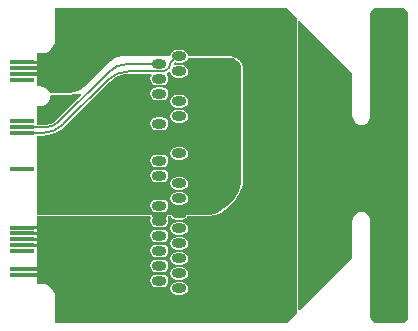
<source format=gbl>
G04*
G04 #@! TF.GenerationSoftware,Altium Limited,Altium Designer,22.3.1 (43)*
G04*
G04 Layer_Physical_Order=2*
G04 Layer_Color=16711680*
%FSLAX25Y25*%
%MOIN*%
G70*
G04*
G04 #@! TF.SameCoordinates,698DBC82-D8F4-4E88-83ED-E0681CBDB87E*
G04*
G04*
G04 #@! TF.FilePolarity,Positive*
G04*
G01*
G75*
%ADD20C,0.00700*%
%ADD21O,0.04921X0.03150*%
%ADD22O,0.20866X0.20866*%
%ADD23C,0.01400*%
%ADD24R,0.07874X0.01181*%
G36*
X56582Y75001D02*
X56528Y75039D01*
X56467Y75061D01*
X56399Y75066D01*
X56324Y75055D01*
X56243Y75027D01*
X56155Y74983D01*
X56059Y74922D01*
X55957Y74844D01*
X55848Y74750D01*
X55733Y74639D01*
X55223Y75119D01*
X55332Y75234D01*
X55501Y75441D01*
X55559Y75534D01*
X55602Y75620D01*
X55627Y75699D01*
X55635Y75771D01*
X55626Y75835D01*
X55601Y75893D01*
X55558Y75943D01*
X56582Y75001D01*
D02*
G37*
G36*
X74952Y76072D02*
X75804Y75903D01*
X76594Y75576D01*
X77316Y75093D01*
X77624Y74814D01*
X77825Y74592D01*
X78181Y74059D01*
X78421Y73480D01*
X78546Y72852D01*
X78562Y72538D01*
Y35290D01*
X78516Y34363D01*
X78152Y32532D01*
X78152Y32531D01*
Y32531D01*
X77442Y30819D01*
X76405Y29267D01*
X76405Y29267D01*
X76405Y29267D01*
X76102Y28932D01*
X76102Y28932D01*
X76102Y28932D01*
X75782Y28579D01*
X75438Y28235D01*
X75438Y28235D01*
X75438Y28235D01*
X73658Y26455D01*
X72971Y25832D01*
X71418Y24795D01*
X69706Y24085D01*
X67874Y23721D01*
X66947Y23676D01*
X60677D01*
X60612Y23649D01*
X60586Y23658D01*
X60580Y23655D01*
X60561Y23658D01*
X60510Y23648D01*
X60431Y23595D01*
X60377Y23584D01*
X60366Y23577D01*
X60347Y23548D01*
X60329Y23547D01*
X60314Y23540D01*
X60294Y23518D01*
X60212Y23479D01*
X60160Y23420D01*
X60148Y23386D01*
X60098Y23352D01*
X59882Y23029D01*
X59374Y22690D01*
X58723Y22560D01*
X57058D01*
X56406Y22690D01*
X55899Y23029D01*
X55899Y23029D01*
X55668Y23373D01*
X55620Y23406D01*
X55618Y23417D01*
X55603Y23427D01*
X55589Y23460D01*
X55589Y23460D01*
X55550Y23499D01*
X55550Y23499D01*
X55550Y23499D01*
X55465Y23535D01*
X55434Y23569D01*
X55433Y23569D01*
X55429Y23569D01*
X55426Y23573D01*
X55418Y23576D01*
X55381Y23614D01*
X55381Y23614D01*
X55322Y23615D01*
X55273Y23648D01*
X55219Y23658D01*
X55184Y23651D01*
X55168Y23658D01*
X55168Y23658D01*
X55168Y23658D01*
X55157Y23653D01*
X55103Y23676D01*
X54392D01*
X54320Y23646D01*
X54311Y23650D01*
X54297Y23644D01*
X54232Y23650D01*
X54154Y23627D01*
X54073Y23560D01*
X54048Y23552D01*
X54046Y23551D01*
X54046Y23551D01*
X54045D01*
X54043Y23550D01*
X54025Y23531D01*
X53928Y23491D01*
X53870Y23434D01*
X53846Y23374D01*
X53834Y23364D01*
X53833Y23354D01*
X53773Y23305D01*
X53596Y22974D01*
X53589Y22897D01*
X53581Y22891D01*
X53579Y22876D01*
X53544Y22822D01*
X53527Y22742D01*
X53548Y22639D01*
X53543Y22614D01*
X53543Y22611D01*
X53543Y22608D01*
X53551Y22583D01*
X53540Y22479D01*
X53564Y22400D01*
X53605Y22350D01*
X53608Y22335D01*
X53617Y22330D01*
X53632Y22254D01*
X53646Y22233D01*
X53765Y21634D01*
X53646Y21036D01*
X53307Y20529D01*
X52800Y20190D01*
X52148Y20060D01*
X50483D01*
X49831Y20190D01*
X49324Y20529D01*
X48985Y21036D01*
X48866Y21634D01*
X48985Y22233D01*
X48999Y22254D01*
X49014Y22330D01*
X49022Y22335D01*
X49025Y22350D01*
X49067Y22400D01*
X49090Y22479D01*
X49080Y22583D01*
X49088Y22607D01*
X49087Y22611D01*
X49087Y22611D01*
X49087Y22611D01*
X49088Y22614D01*
X49083Y22639D01*
X49103Y22741D01*
X49087Y22822D01*
X49051Y22876D01*
X49050Y22891D01*
X49042Y22897D01*
X49034Y22974D01*
X48858Y23305D01*
X48798Y23354D01*
X48797Y23364D01*
X48785Y23374D01*
X48760Y23434D01*
X48702Y23491D01*
X48606Y23531D01*
X48588Y23550D01*
X48585Y23551D01*
X48585D01*
X48583Y23552D01*
X48558Y23560D01*
X48477Y23627D01*
X48398Y23650D01*
X48334Y23644D01*
X48320Y23650D01*
X48310Y23646D01*
X48239Y23676D01*
X10350D01*
X10350Y50032D01*
X12225D01*
Y50015D01*
X13928Y50150D01*
X15588Y50548D01*
X17166Y51202D01*
X18622Y52094D01*
X19921Y53203D01*
X19909Y53215D01*
X34670Y67976D01*
X34690Y68006D01*
X36048Y69121D01*
X37629Y69965D01*
X39344Y70486D01*
X41092Y70658D01*
X41128Y70651D01*
X48433D01*
X48700Y70151D01*
X48475Y69814D01*
X48314Y69004D01*
X48475Y68195D01*
X48934Y67509D01*
X49620Y67050D01*
X50429Y66889D01*
X52201D01*
X53011Y67050D01*
X53697Y67509D01*
X54156Y68195D01*
X54317Y69004D01*
X54156Y69814D01*
X53748Y70424D01*
X53801Y70986D01*
X53900Y71027D01*
X54399Y71411D01*
X54745Y71346D01*
X54942Y71236D01*
X55050Y70695D01*
X55509Y70009D01*
X56195Y69550D01*
X57004Y69389D01*
X58776D01*
X59585Y69550D01*
X60272Y70009D01*
X60730Y70695D01*
X60891Y71504D01*
X60730Y72314D01*
X60272Y73000D01*
X59585Y73459D01*
X58776Y73620D01*
X57004D01*
X56530Y73526D01*
X56033Y73906D01*
X56017Y74157D01*
X56147Y74287D01*
X56213Y74350D01*
X56298Y74424D01*
X56370Y74478D01*
X56414Y74506D01*
X56554Y74479D01*
X56605Y74460D01*
X56618Y74466D01*
X57004Y74389D01*
X58776D01*
X59585Y74550D01*
X60272Y75009D01*
X60730Y75695D01*
X60803Y76060D01*
X60866Y76093D01*
X74525D01*
X74952Y76072D01*
D02*
G37*
G36*
X49039Y73309D02*
X49031Y73375D01*
X49005Y73433D01*
X48963Y73485D01*
X48905Y73530D01*
X48829Y73568D01*
X48737Y73599D01*
X48628Y73623D01*
X48502Y73641D01*
X48359Y73651D01*
X48199Y73654D01*
Y74354D01*
X48359Y74358D01*
X48628Y74385D01*
X48737Y74410D01*
X48829Y74441D01*
X48905Y74479D01*
X48963Y74524D01*
X49005Y74576D01*
X49031Y74634D01*
X49039Y74700D01*
Y73309D01*
D02*
G37*
G36*
X23067Y63997D02*
X23025Y63975D01*
X25064D01*
X25256Y63513D01*
X16990Y55247D01*
X16971Y55219D01*
X15926Y54417D01*
X14677Y53900D01*
X13370Y53728D01*
X13337Y53734D01*
X10350D01*
Y55134D01*
Y59959D01*
X11407D01*
X11539Y59941D01*
X12390Y60053D01*
X13183Y60382D01*
X13863Y60904D01*
X14386Y61585D01*
X14714Y62378D01*
X14826Y63228D01*
X15146Y63593D01*
X21054D01*
X21105Y63614D01*
X21159Y63604D01*
X23025Y63975D01*
X23066Y64002D01*
X23067Y63997D01*
D02*
G37*
G36*
X123879Y92699D02*
X131416Y92699D01*
X131916Y92699D01*
X132381Y92614D01*
X132795Y92532D01*
X133541Y92034D01*
X134039Y91289D01*
X134120Y90878D01*
X134206Y90409D01*
X134206Y90409D01*
X134206Y89921D01*
Y-10142D01*
X134210Y-10161D01*
X134039Y-11021D01*
X133541Y-11766D01*
X132795Y-12264D01*
X131936Y-12435D01*
X131916Y-12431D01*
X123879D01*
X123859Y-12435D01*
X123000Y-12264D01*
X122255Y-11766D01*
X121756Y-11021D01*
X121586Y-10161D01*
X121590Y-10142D01*
Y21634D01*
X121601D01*
X121499Y22411D01*
X121200Y23134D01*
X120723Y23755D01*
X120102Y24231D01*
X119379Y24531D01*
X118603Y24633D01*
X117827Y24531D01*
X117103Y24231D01*
X116482Y23755D01*
X116006Y23134D01*
X115706Y22411D01*
X115604Y21634D01*
X115616D01*
Y9376D01*
X98106Y-8134D01*
X97781Y-7999D01*
X97644Y-7889D01*
Y88210D01*
X98106Y88402D01*
X115616Y70891D01*
X115616Y56634D01*
X115604D01*
X115706Y55858D01*
X116006Y55135D01*
X116482Y54514D01*
X117103Y54037D01*
X117827Y53738D01*
X118603Y53636D01*
X119379Y53738D01*
X120102Y54037D01*
X120723Y54514D01*
X121200Y55135D01*
X121499Y55858D01*
X121601Y56634D01*
X121589D01*
Y90409D01*
X121586Y90429D01*
X121756Y91289D01*
X122255Y92034D01*
X123000Y92532D01*
X123859Y92703D01*
X123879Y92699D01*
D02*
G37*
G36*
X8754Y53466D02*
X8775Y53414D01*
X8810Y53368D01*
X8859Y53328D01*
X8922Y53294D01*
X8999Y53267D01*
X9090Y53245D01*
X9195Y53230D01*
X9314Y53221D01*
X9447Y53218D01*
Y52518D01*
X9314Y52514D01*
X9195Y52505D01*
X9090Y52490D01*
X8999Y52468D01*
X8922Y52441D01*
X8859Y52407D01*
X8810Y52367D01*
X8775Y52321D01*
X8754Y52269D01*
X8747Y52210D01*
Y53525D01*
X8754Y53466D01*
D02*
G37*
G36*
Y51498D02*
X8775Y51446D01*
X8810Y51400D01*
X8859Y51360D01*
X8922Y51326D01*
X8999Y51298D01*
X9090Y51277D01*
X9195Y51261D01*
X9314Y51252D01*
X9447Y51249D01*
Y50549D01*
X9314Y50546D01*
X9195Y50537D01*
X9090Y50521D01*
X8999Y50500D01*
X8922Y50472D01*
X8859Y50438D01*
X8810Y50398D01*
X8775Y50352D01*
X8754Y50300D01*
X8747Y50242D01*
Y51556D01*
X8754Y51498D01*
D02*
G37*
G36*
X93809Y92699D02*
X97103Y89405D01*
Y-7942D01*
Y-9137D01*
X93809Y-12431D01*
X16459Y-12431D01*
X16459Y-4437D01*
X16485Y-3937D01*
X16485D01*
X16326Y-2728D01*
X15859Y-1600D01*
X15116Y-632D01*
X14148Y110D01*
X13021Y577D01*
X12296Y673D01*
X11811Y736D01*
X11322Y710D01*
X10350Y710D01*
Y3064D01*
X5413D01*
Y4246D01*
X10350D01*
Y5033D01*
X5413D01*
Y6214D01*
X10350D01*
Y7214D01*
X10350D01*
Y11828D01*
X10350Y11828D01*
X10350Y11907D01*
X10350D01*
X10350Y12328D01*
Y12907D01*
X5413D01*
Y14088D01*
X10350D01*
Y14875D01*
X5413D01*
Y16057D01*
X10350D01*
Y16844D01*
X5413D01*
Y18025D01*
X10350D01*
Y18812D01*
X5413D01*
Y19994D01*
X10350Y19994D01*
Y20994D01*
X10350D01*
Y23134D01*
X48238D01*
X48239Y23134D01*
X48241Y23133D01*
X48312Y23111D01*
X48462Y22871D01*
X48555Y22673D01*
X48549Y22559D01*
X48549Y22558D01*
Y22558D01*
X48549Y22557D01*
X48549Y22555D01*
Y22555D01*
X48475Y22444D01*
X48314Y21634D01*
X48475Y20825D01*
X48934Y20139D01*
X49620Y19680D01*
X50429Y19519D01*
X52201D01*
X53011Y19680D01*
X53697Y20139D01*
X54156Y20825D01*
X54317Y21634D01*
X54156Y22444D01*
X54082Y22554D01*
X54082Y22555D01*
X54082Y22558D01*
X54058Y22636D01*
X54058Y22637D01*
X54074Y22716D01*
X54074Y22716D01*
X54074Y22716D01*
X54074Y22719D01*
X54074Y22719D01*
X54250Y23050D01*
X54253Y23051D01*
X54311Y23108D01*
X54311Y23109D01*
X54389Y23133D01*
X54391Y23134D01*
X54392Y23134D01*
X55103D01*
X55114Y23128D01*
X55168Y23117D01*
X55168Y23117D01*
X55168D01*
X55207Y23078D01*
X55207Y23078D01*
X55207D01*
X55211Y23076D01*
X55211Y23076D01*
X55218Y23073D01*
X55509Y22639D01*
X55598Y22579D01*
X55598Y22579D01*
X55883Y22388D01*
X56195Y22180D01*
X57004Y22019D01*
X58776D01*
X59585Y22180D01*
X60272Y22639D01*
X60548Y23052D01*
X60548Y23052D01*
X60563Y23059D01*
X60615Y23117D01*
X60667Y23128D01*
X60677Y23134D01*
X66961D01*
X67941Y23183D01*
X69863Y23565D01*
X71675Y24315D01*
X73304Y25404D01*
X74032Y26063D01*
X75820Y27852D01*
X75820Y27852D01*
X76164Y28196D01*
X76174Y28205D01*
X76180Y28212D01*
X76183Y28215D01*
X76503Y28569D01*
X76833Y28933D01*
X76855Y28966D01*
X76855Y28966D01*
X77922Y30563D01*
X77942Y30612D01*
X77942Y30612D01*
X78652Y32324D01*
Y32324D01*
X78672Y32374D01*
X79055Y34296D01*
X79103Y35276D01*
Y72552D01*
X79085Y72918D01*
X78942Y73638D01*
X78661Y74316D01*
X78253Y74926D01*
X78007Y75198D01*
X77987Y75215D01*
X77987Y75216D01*
X77650Y75521D01*
X77617Y75543D01*
X77617Y75543D01*
X76850Y76055D01*
X75962Y76423D01*
X75019Y76611D01*
X74538Y76634D01*
X60866D01*
X60730Y77314D01*
X60272Y78000D01*
X59585Y78459D01*
X58776Y78620D01*
X57004D01*
X56195Y78459D01*
X55509Y78000D01*
X55050Y77314D01*
X54915Y76634D01*
X39431D01*
X38762Y76601D01*
X37449Y76340D01*
X36212Y75828D01*
X35099Y75084D01*
X34603Y74634D01*
X26931Y66963D01*
X26259Y66290D01*
X24677Y65233D01*
X22920Y64505D01*
X21054Y64134D01*
X14691D01*
X14386Y64872D01*
X13863Y65552D01*
X13183Y66075D01*
X12390Y66403D01*
X11539Y66515D01*
X11407Y66498D01*
X10350D01*
X10350Y68134D01*
X10350D01*
Y68993D01*
X10350Y68994D01*
X10350D01*
Y69994D01*
X5413D01*
Y71175D01*
X10350D01*
Y71963D01*
X5413D01*
Y73144D01*
X10350D01*
Y73931D01*
X5413D01*
Y75003D01*
X10350Y75003D01*
Y76112D01*
X10350D01*
Y77478D01*
X11811D01*
Y77452D01*
X13021Y77611D01*
X14148Y78078D01*
X15116Y78821D01*
X15859Y79789D01*
X16326Y80916D01*
X16421Y81641D01*
X16485Y82125D01*
X16485Y82126D01*
X16459Y82615D01*
X16459Y92699D01*
X93809Y92699D01*
D02*
G37*
%LPC*%
G36*
X52201Y66120D02*
X50429D01*
X49620Y65959D01*
X48934Y65500D01*
X48475Y64814D01*
X48314Y64004D01*
X48475Y63195D01*
X48934Y62509D01*
X49620Y62050D01*
X50429Y61889D01*
X52201D01*
X53011Y62050D01*
X53697Y62509D01*
X54156Y63195D01*
X54317Y64004D01*
X54156Y64814D01*
X53697Y65500D01*
X53011Y65959D01*
X52201Y66120D01*
D02*
G37*
G36*
X58776Y63620D02*
X57004D01*
X56195Y63459D01*
X55509Y63000D01*
X55050Y62314D01*
X54889Y61504D01*
X55050Y60695D01*
X55509Y60009D01*
X56195Y59550D01*
X57004Y59389D01*
X58776D01*
X59585Y59550D01*
X60272Y60009D01*
X60730Y60695D01*
X60891Y61504D01*
X60730Y62314D01*
X60272Y63000D01*
X59585Y63459D01*
X58776Y63620D01*
D02*
G37*
G36*
Y58620D02*
X57004D01*
X56195Y58459D01*
X55509Y58000D01*
X55050Y57314D01*
X54889Y56504D01*
X55050Y55695D01*
X55509Y55009D01*
X56195Y54550D01*
X57004Y54389D01*
X58776D01*
X59585Y54550D01*
X60272Y55009D01*
X60730Y55695D01*
X60891Y56504D01*
X60730Y57314D01*
X60272Y58000D01*
X59585Y58459D01*
X58776Y58620D01*
D02*
G37*
G36*
X52201Y56120D02*
X50429D01*
X49620Y55959D01*
X48934Y55500D01*
X48475Y54814D01*
X48314Y54004D01*
X48475Y53195D01*
X48934Y52509D01*
X49620Y52050D01*
X50429Y51889D01*
X52201D01*
X53011Y52050D01*
X53697Y52509D01*
X54156Y53195D01*
X54317Y54004D01*
X54156Y54814D01*
X53697Y55500D01*
X53011Y55959D01*
X52201Y56120D01*
D02*
G37*
G36*
X58776Y46250D02*
X57004D01*
X56195Y46089D01*
X55509Y45630D01*
X55050Y44944D01*
X54889Y44134D01*
X55050Y43325D01*
X55509Y42638D01*
X56195Y42180D01*
X57004Y42019D01*
X58776D01*
X59585Y42180D01*
X60272Y42638D01*
X60730Y43325D01*
X60891Y44134D01*
X60730Y44944D01*
X60272Y45630D01*
X59585Y46089D01*
X58776Y46250D01*
D02*
G37*
G36*
X52201Y43750D02*
X50429D01*
X49620Y43589D01*
X48934Y43130D01*
X48475Y42444D01*
X48314Y41634D01*
X48475Y40825D01*
X48934Y40139D01*
X49620Y39680D01*
X50429Y39519D01*
X52201D01*
X53011Y39680D01*
X53697Y40139D01*
X54156Y40825D01*
X54317Y41634D01*
X54156Y42444D01*
X53697Y43130D01*
X53011Y43589D01*
X52201Y43750D01*
D02*
G37*
G36*
Y38750D02*
X50429D01*
X49620Y38589D01*
X48934Y38130D01*
X48475Y37444D01*
X48314Y36634D01*
X48475Y35825D01*
X48934Y35138D01*
X49620Y34680D01*
X50429Y34519D01*
X52201D01*
X53011Y34680D01*
X53697Y35138D01*
X54156Y35825D01*
X54317Y36634D01*
X54156Y37444D01*
X53697Y38130D01*
X53011Y38589D01*
X52201Y38750D01*
D02*
G37*
G36*
X58776Y36250D02*
X57004D01*
X56195Y36089D01*
X55509Y35630D01*
X55050Y34944D01*
X54889Y34134D01*
X55050Y33325D01*
X55509Y32638D01*
X56195Y32180D01*
X57004Y32019D01*
X58776D01*
X59585Y32180D01*
X60272Y32638D01*
X60730Y33325D01*
X60891Y34134D01*
X60730Y34944D01*
X60272Y35630D01*
X59585Y36089D01*
X58776Y36250D01*
D02*
G37*
G36*
Y31250D02*
X57004D01*
X56195Y31089D01*
X55509Y30630D01*
X55050Y29944D01*
X54889Y29134D01*
X55050Y28325D01*
X55509Y27639D01*
X56195Y27180D01*
X57004Y27019D01*
X58776D01*
X59585Y27180D01*
X60272Y27639D01*
X60730Y28325D01*
X60891Y29134D01*
X60730Y29944D01*
X60272Y30630D01*
X59585Y31089D01*
X58776Y31250D01*
D02*
G37*
G36*
X52201Y28750D02*
X50429D01*
X49620Y28589D01*
X48934Y28130D01*
X48475Y27444D01*
X48314Y26634D01*
X48475Y25825D01*
X48934Y25139D01*
X49620Y24680D01*
X50429Y24519D01*
X52201D01*
X53011Y24680D01*
X53697Y25139D01*
X54156Y25825D01*
X54317Y26634D01*
X54156Y27444D01*
X53697Y28130D01*
X53011Y28589D01*
X52201Y28750D01*
D02*
G37*
G36*
X58776Y21250D02*
X57004D01*
X56195Y21089D01*
X55509Y20630D01*
X55050Y19944D01*
X54889Y19134D01*
X55050Y18325D01*
X55509Y17639D01*
X56195Y17180D01*
X57004Y17019D01*
X58776D01*
X59585Y17180D01*
X60272Y17639D01*
X60730Y18325D01*
X60891Y19134D01*
X60730Y19944D01*
X60272Y20630D01*
X59585Y21089D01*
X58776Y21250D01*
D02*
G37*
G36*
X52201Y18750D02*
X50429D01*
X49620Y18589D01*
X48934Y18130D01*
X48475Y17444D01*
X48314Y16634D01*
X48475Y15825D01*
X48934Y15139D01*
X49620Y14680D01*
X50429Y14519D01*
X52201D01*
X53011Y14680D01*
X53697Y15139D01*
X54156Y15825D01*
X54317Y16634D01*
X54156Y17444D01*
X53697Y18130D01*
X53011Y18589D01*
X52201Y18750D01*
D02*
G37*
G36*
X58776Y16250D02*
X57004D01*
X56195Y16089D01*
X55509Y15630D01*
X55050Y14944D01*
X54889Y14134D01*
X55050Y13325D01*
X55509Y12639D01*
X56195Y12180D01*
X57004Y12019D01*
X58776D01*
X59585Y12180D01*
X60272Y12639D01*
X60730Y13325D01*
X60891Y14134D01*
X60730Y14944D01*
X60272Y15630D01*
X59585Y16089D01*
X58776Y16250D01*
D02*
G37*
G36*
X52201Y13750D02*
X50429D01*
X49620Y13589D01*
X48934Y13130D01*
X48475Y12444D01*
X48314Y11634D01*
X48475Y10825D01*
X48934Y10138D01*
X49620Y9680D01*
X50429Y9519D01*
X52201D01*
X53011Y9680D01*
X53697Y10138D01*
X54156Y10825D01*
X54317Y11634D01*
X54156Y12444D01*
X53697Y13130D01*
X53011Y13589D01*
X52201Y13750D01*
D02*
G37*
G36*
X58776Y11250D02*
X57004D01*
X56195Y11089D01*
X55509Y10630D01*
X55050Y9944D01*
X54889Y9134D01*
X55050Y8325D01*
X55509Y7638D01*
X56195Y7180D01*
X57004Y7019D01*
X58776D01*
X59585Y7180D01*
X60272Y7638D01*
X60730Y8325D01*
X60891Y9134D01*
X60730Y9944D01*
X60272Y10630D01*
X59585Y11089D01*
X58776Y11250D01*
D02*
G37*
G36*
X52201Y8750D02*
X50429D01*
X49620Y8589D01*
X48934Y8130D01*
X48475Y7444D01*
X48314Y6634D01*
X48475Y5825D01*
X48934Y5139D01*
X49620Y4680D01*
X50429Y4519D01*
X52201D01*
X53011Y4680D01*
X53697Y5139D01*
X54156Y5825D01*
X54317Y6634D01*
X54156Y7444D01*
X53697Y8130D01*
X53011Y8589D01*
X52201Y8750D01*
D02*
G37*
G36*
X58776Y6250D02*
X57004D01*
X56195Y6089D01*
X55509Y5630D01*
X55050Y4944D01*
X54889Y4134D01*
X55050Y3325D01*
X55509Y2639D01*
X56195Y2180D01*
X57004Y2019D01*
X58776D01*
X59585Y2180D01*
X60272Y2639D01*
X60730Y3325D01*
X60891Y4134D01*
X60730Y4944D01*
X60272Y5630D01*
X59585Y6089D01*
X58776Y6250D01*
D02*
G37*
G36*
X52201Y3750D02*
X50429D01*
X49620Y3589D01*
X48934Y3130D01*
X48475Y2444D01*
X48314Y1634D01*
X48475Y825D01*
X48934Y138D01*
X49620Y-320D01*
X50429Y-481D01*
X52201D01*
X53011Y-320D01*
X53697Y138D01*
X54156Y825D01*
X54317Y1634D01*
X54156Y2444D01*
X53697Y3130D01*
X53011Y3589D01*
X52201Y3750D01*
D02*
G37*
G36*
X58776Y1250D02*
X57004D01*
X56195Y1089D01*
X55509Y630D01*
X55050Y-56D01*
X54889Y-866D01*
X55050Y-1675D01*
X55509Y-2361D01*
X56195Y-2820D01*
X57004Y-2981D01*
X58776D01*
X59585Y-2820D01*
X60272Y-2361D01*
X60730Y-1675D01*
X60891Y-866D01*
X60730Y-56D01*
X60272Y630D01*
X59585Y1089D01*
X58776Y1250D01*
D02*
G37*
%LPD*%
D20*
X55163Y74564D02*
G03*
X54869Y73855I710J-710D01*
G01*
X53875Y72101D02*
G03*
X53875Y72102I-1410J1411D01*
G01*
X52465Y71517D02*
G03*
X53875Y72101I0J1994D01*
G01*
X54331Y72558D02*
G03*
X54869Y73855I-1297J1297D01*
G01*
X41128Y71517D02*
G03*
X34057Y68589I0J-10000D01*
G01*
X12225Y50899D02*
G03*
X19296Y53828I0J10000D01*
G01*
X41115Y74004D02*
G03*
X34044Y71075I0J-10000D01*
G01*
X13337Y52868D02*
G03*
X17603Y54634I0J6032D01*
G01*
X55163Y74564D02*
X57103Y76504D01*
X53875Y72102D02*
X54331Y72558D01*
X53875Y72101D02*
X53875Y72102D01*
X41128Y71517D02*
X52465D01*
X19296Y53828D02*
X34057Y68589D01*
X5413Y50899D02*
X12225D01*
X41115Y74004D02*
X52103D01*
X17603Y54634D02*
X34044Y71075D01*
X5413Y52868D02*
X13337D01*
D21*
X51315Y36634D02*
D03*
X57890Y34134D02*
D03*
Y29134D02*
D03*
Y24134D02*
D03*
Y19134D02*
D03*
Y14134D02*
D03*
Y9134D02*
D03*
Y4134D02*
D03*
Y-866D02*
D03*
Y51504D02*
D03*
Y39134D02*
D03*
Y44134D02*
D03*
Y71504D02*
D03*
Y66504D02*
D03*
Y61504D02*
D03*
Y76504D02*
D03*
X51315Y79004D02*
D03*
X57890Y81504D02*
D03*
X51315Y69004D02*
D03*
Y64004D02*
D03*
Y59004D02*
D03*
Y54004D02*
D03*
Y74004D02*
D03*
Y41634D02*
D03*
Y31634D02*
D03*
Y26634D02*
D03*
Y21634D02*
D03*
Y16634D02*
D03*
Y6634D02*
D03*
Y1634D02*
D03*
Y11634D02*
D03*
Y46634D02*
D03*
X57890Y56504D02*
D03*
D22*
X118603Y39134D02*
D03*
D23*
X20603Y62134D02*
D03*
X16603D02*
D03*
X12603Y58134D02*
D03*
X16603D02*
D03*
X102603Y9134D02*
D03*
Y16634D02*
D03*
Y24134D02*
D03*
Y31634D02*
D03*
Y76634D02*
D03*
Y69134D02*
D03*
Y61634D02*
D03*
Y54134D02*
D03*
Y46634D02*
D03*
Y39134D02*
D03*
X69603Y33634D02*
D03*
X65603D02*
D03*
X73603D02*
D03*
X69603Y41134D02*
D03*
X65603D02*
D03*
X73603D02*
D03*
X69603Y48634D02*
D03*
X65603D02*
D03*
X73603D02*
D03*
X69603Y56134D02*
D03*
X65603D02*
D03*
X73603D02*
D03*
Y63634D02*
D03*
Y71134D02*
D03*
X69603D02*
D03*
X65603D02*
D03*
Y63634D02*
D03*
X69603D02*
D03*
D24*
X5413Y39088D02*
D03*
Y3655D02*
D03*
Y5624D02*
D03*
Y11529D02*
D03*
Y13498D02*
D03*
Y15466D02*
D03*
Y17435D02*
D03*
Y19403D02*
D03*
Y50899D02*
D03*
Y52868D02*
D03*
Y54836D02*
D03*
Y74521D02*
D03*
Y72553D02*
D03*
Y70584D02*
D03*
Y68616D02*
D03*
M02*

</source>
